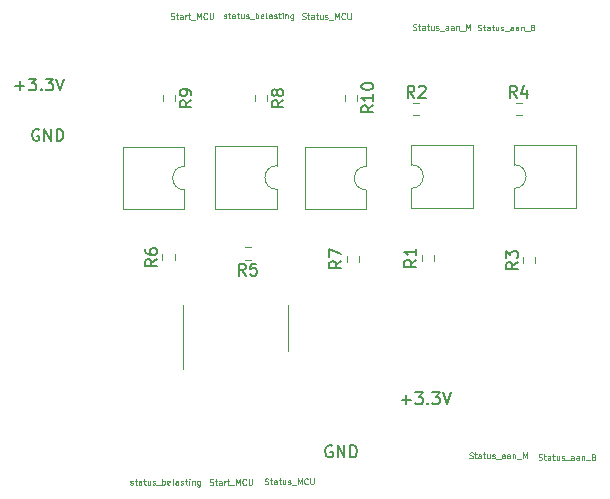
<source format=gto>
%TF.GenerationSoftware,KiCad,Pcbnew,5.1.10*%
%TF.CreationDate,2021-12-10T15:57:17+01:00*%
%TF.ProjectId,PCB_PEE30 zonder mountingholes,5043425f-5045-4453-9330-207a6f6e6465,rev?*%
%TF.SameCoordinates,Original*%
%TF.FileFunction,Legend,Top*%
%TF.FilePolarity,Positive*%
%FSLAX46Y46*%
G04 Gerber Fmt 4.6, Leading zero omitted, Abs format (unit mm)*
G04 Created by KiCad (PCBNEW 5.1.10) date 2021-12-10 15:57:17*
%MOMM*%
%LPD*%
G01*
G04 APERTURE LIST*
%ADD10C,0.150000*%
%ADD11C,0.100000*%
%ADD12C,0.120000*%
%ADD13C,3.200000*%
%ADD14C,2.300000*%
%ADD15O,1.600000X1.600000*%
%ADD16R,1.600000X1.600000*%
G04 APERTURE END LIST*
D10*
X108789720Y-136972348D02*
X109551624Y-136972348D01*
X109170672Y-137353300D02*
X109170672Y-136591396D01*
X109932577Y-136353300D02*
X110551624Y-136353300D01*
X110218291Y-136734253D01*
X110361148Y-136734253D01*
X110456386Y-136781872D01*
X110504005Y-136829491D01*
X110551624Y-136924729D01*
X110551624Y-137162824D01*
X110504005Y-137258062D01*
X110456386Y-137305681D01*
X110361148Y-137353300D01*
X110075434Y-137353300D01*
X109980196Y-137305681D01*
X109932577Y-137258062D01*
X110980196Y-137258062D02*
X111027815Y-137305681D01*
X110980196Y-137353300D01*
X110932577Y-137305681D01*
X110980196Y-137258062D01*
X110980196Y-137353300D01*
X111361148Y-136353300D02*
X111980196Y-136353300D01*
X111646862Y-136734253D01*
X111789720Y-136734253D01*
X111884958Y-136781872D01*
X111932577Y-136829491D01*
X111980196Y-136924729D01*
X111980196Y-137162824D01*
X111932577Y-137258062D01*
X111884958Y-137305681D01*
X111789720Y-137353300D01*
X111504005Y-137353300D01*
X111408767Y-137305681D01*
X111361148Y-137258062D01*
X112265910Y-136353300D02*
X112599243Y-137353300D01*
X112932577Y-136353300D01*
X110764415Y-140673200D02*
X110669177Y-140625580D01*
X110526320Y-140625580D01*
X110383462Y-140673200D01*
X110288224Y-140768438D01*
X110240605Y-140863676D01*
X110192986Y-141054152D01*
X110192986Y-141197009D01*
X110240605Y-141387485D01*
X110288224Y-141482723D01*
X110383462Y-141577961D01*
X110526320Y-141625580D01*
X110621558Y-141625580D01*
X110764415Y-141577961D01*
X110812034Y-141530342D01*
X110812034Y-141197009D01*
X110621558Y-141197009D01*
X111240605Y-141625580D02*
X111240605Y-140625580D01*
X111812034Y-141625580D01*
X111812034Y-140625580D01*
X112288224Y-141625580D02*
X112288224Y-140625580D01*
X112526320Y-140625580D01*
X112669177Y-140673200D01*
X112764415Y-140768438D01*
X112812034Y-140863676D01*
X112859653Y-141054152D01*
X112859653Y-141197009D01*
X112812034Y-141387485D01*
X112764415Y-141482723D01*
X112669177Y-141577961D01*
X112526320Y-141625580D01*
X112288224Y-141625580D01*
D11*
X147228228Y-168487540D02*
X147299657Y-168511350D01*
X147418704Y-168511350D01*
X147466323Y-168487540D01*
X147490133Y-168463731D01*
X147513942Y-168416112D01*
X147513942Y-168368493D01*
X147490133Y-168320874D01*
X147466323Y-168297064D01*
X147418704Y-168273255D01*
X147323466Y-168249445D01*
X147275847Y-168225636D01*
X147252038Y-168201826D01*
X147228228Y-168154207D01*
X147228228Y-168106588D01*
X147252038Y-168058969D01*
X147275847Y-168035160D01*
X147323466Y-168011350D01*
X147442514Y-168011350D01*
X147513942Y-168035160D01*
X147656800Y-168178017D02*
X147847276Y-168178017D01*
X147728228Y-168011350D02*
X147728228Y-168439921D01*
X147752038Y-168487540D01*
X147799657Y-168511350D01*
X147847276Y-168511350D01*
X148228228Y-168511350D02*
X148228228Y-168249445D01*
X148204419Y-168201826D01*
X148156800Y-168178017D01*
X148061561Y-168178017D01*
X148013942Y-168201826D01*
X148228228Y-168487540D02*
X148180609Y-168511350D01*
X148061561Y-168511350D01*
X148013942Y-168487540D01*
X147990133Y-168439921D01*
X147990133Y-168392302D01*
X148013942Y-168344683D01*
X148061561Y-168320874D01*
X148180609Y-168320874D01*
X148228228Y-168297064D01*
X148394895Y-168178017D02*
X148585371Y-168178017D01*
X148466323Y-168011350D02*
X148466323Y-168439921D01*
X148490133Y-168487540D01*
X148537752Y-168511350D01*
X148585371Y-168511350D01*
X148966323Y-168178017D02*
X148966323Y-168511350D01*
X148752038Y-168178017D02*
X148752038Y-168439921D01*
X148775847Y-168487540D01*
X148823466Y-168511350D01*
X148894895Y-168511350D01*
X148942514Y-168487540D01*
X148966323Y-168463731D01*
X149180609Y-168487540D02*
X149228228Y-168511350D01*
X149323466Y-168511350D01*
X149371085Y-168487540D01*
X149394895Y-168439921D01*
X149394895Y-168416112D01*
X149371085Y-168368493D01*
X149323466Y-168344683D01*
X149252038Y-168344683D01*
X149204419Y-168320874D01*
X149180609Y-168273255D01*
X149180609Y-168249445D01*
X149204419Y-168201826D01*
X149252038Y-168178017D01*
X149323466Y-168178017D01*
X149371085Y-168201826D01*
X149490133Y-168558969D02*
X149871085Y-168558969D01*
X150204419Y-168511350D02*
X150204419Y-168249445D01*
X150180609Y-168201826D01*
X150132990Y-168178017D01*
X150037752Y-168178017D01*
X149990133Y-168201826D01*
X150204419Y-168487540D02*
X150156800Y-168511350D01*
X150037752Y-168511350D01*
X149990133Y-168487540D01*
X149966323Y-168439921D01*
X149966323Y-168392302D01*
X149990133Y-168344683D01*
X150037752Y-168320874D01*
X150156800Y-168320874D01*
X150204419Y-168297064D01*
X150656800Y-168511350D02*
X150656800Y-168249445D01*
X150632990Y-168201826D01*
X150585371Y-168178017D01*
X150490133Y-168178017D01*
X150442514Y-168201826D01*
X150656800Y-168487540D02*
X150609180Y-168511350D01*
X150490133Y-168511350D01*
X150442514Y-168487540D01*
X150418704Y-168439921D01*
X150418704Y-168392302D01*
X150442514Y-168344683D01*
X150490133Y-168320874D01*
X150609180Y-168320874D01*
X150656800Y-168297064D01*
X150894895Y-168178017D02*
X150894895Y-168511350D01*
X150894895Y-168225636D02*
X150918704Y-168201826D01*
X150966323Y-168178017D01*
X151037752Y-168178017D01*
X151085371Y-168201826D01*
X151109180Y-168249445D01*
X151109180Y-168511350D01*
X151228228Y-168558969D02*
X151609180Y-168558969D01*
X151728228Y-168511350D02*
X151728228Y-168011350D01*
X151894895Y-168368493D01*
X152061561Y-168011350D01*
X152061561Y-168511350D01*
X153080542Y-168614540D02*
X153151971Y-168638350D01*
X153271019Y-168638350D01*
X153318638Y-168614540D01*
X153342447Y-168590731D01*
X153366257Y-168543112D01*
X153366257Y-168495493D01*
X153342447Y-168447874D01*
X153318638Y-168424064D01*
X153271019Y-168400255D01*
X153175780Y-168376445D01*
X153128161Y-168352636D01*
X153104352Y-168328826D01*
X153080542Y-168281207D01*
X153080542Y-168233588D01*
X153104352Y-168185969D01*
X153128161Y-168162160D01*
X153175780Y-168138350D01*
X153294828Y-168138350D01*
X153366257Y-168162160D01*
X153509114Y-168305017D02*
X153699590Y-168305017D01*
X153580542Y-168138350D02*
X153580542Y-168566921D01*
X153604352Y-168614540D01*
X153651971Y-168638350D01*
X153699590Y-168638350D01*
X154080542Y-168638350D02*
X154080542Y-168376445D01*
X154056733Y-168328826D01*
X154009114Y-168305017D01*
X153913876Y-168305017D01*
X153866257Y-168328826D01*
X154080542Y-168614540D02*
X154032923Y-168638350D01*
X153913876Y-168638350D01*
X153866257Y-168614540D01*
X153842447Y-168566921D01*
X153842447Y-168519302D01*
X153866257Y-168471683D01*
X153913876Y-168447874D01*
X154032923Y-168447874D01*
X154080542Y-168424064D01*
X154247209Y-168305017D02*
X154437685Y-168305017D01*
X154318638Y-168138350D02*
X154318638Y-168566921D01*
X154342447Y-168614540D01*
X154390066Y-168638350D01*
X154437685Y-168638350D01*
X154818638Y-168305017D02*
X154818638Y-168638350D01*
X154604352Y-168305017D02*
X154604352Y-168566921D01*
X154628161Y-168614540D01*
X154675780Y-168638350D01*
X154747209Y-168638350D01*
X154794828Y-168614540D01*
X154818638Y-168590731D01*
X155032923Y-168614540D02*
X155080542Y-168638350D01*
X155175780Y-168638350D01*
X155223400Y-168614540D01*
X155247209Y-168566921D01*
X155247209Y-168543112D01*
X155223400Y-168495493D01*
X155175780Y-168471683D01*
X155104352Y-168471683D01*
X155056733Y-168447874D01*
X155032923Y-168400255D01*
X155032923Y-168376445D01*
X155056733Y-168328826D01*
X155104352Y-168305017D01*
X155175780Y-168305017D01*
X155223400Y-168328826D01*
X155342447Y-168685969D02*
X155723400Y-168685969D01*
X156056733Y-168638350D02*
X156056733Y-168376445D01*
X156032923Y-168328826D01*
X155985304Y-168305017D01*
X155890066Y-168305017D01*
X155842447Y-168328826D01*
X156056733Y-168614540D02*
X156009114Y-168638350D01*
X155890066Y-168638350D01*
X155842447Y-168614540D01*
X155818638Y-168566921D01*
X155818638Y-168519302D01*
X155842447Y-168471683D01*
X155890066Y-168447874D01*
X156009114Y-168447874D01*
X156056733Y-168424064D01*
X156509114Y-168638350D02*
X156509114Y-168376445D01*
X156485304Y-168328826D01*
X156437685Y-168305017D01*
X156342447Y-168305017D01*
X156294828Y-168328826D01*
X156509114Y-168614540D02*
X156461495Y-168638350D01*
X156342447Y-168638350D01*
X156294828Y-168614540D01*
X156271019Y-168566921D01*
X156271019Y-168519302D01*
X156294828Y-168471683D01*
X156342447Y-168447874D01*
X156461495Y-168447874D01*
X156509114Y-168424064D01*
X156747209Y-168305017D02*
X156747209Y-168638350D01*
X156747209Y-168352636D02*
X156771019Y-168328826D01*
X156818638Y-168305017D01*
X156890066Y-168305017D01*
X156937685Y-168328826D01*
X156961495Y-168376445D01*
X156961495Y-168638350D01*
X157080542Y-168685969D02*
X157461495Y-168685969D01*
X157747209Y-168376445D02*
X157818638Y-168400255D01*
X157842447Y-168424064D01*
X157866257Y-168471683D01*
X157866257Y-168543112D01*
X157842447Y-168590731D01*
X157818638Y-168614540D01*
X157771019Y-168638350D01*
X157580542Y-168638350D01*
X157580542Y-168138350D01*
X157747209Y-168138350D01*
X157794828Y-168162160D01*
X157818638Y-168185969D01*
X157842447Y-168233588D01*
X157842447Y-168281207D01*
X157818638Y-168328826D01*
X157794828Y-168352636D01*
X157747209Y-168376445D01*
X157580542Y-168376445D01*
X147944662Y-132256980D02*
X148016091Y-132280790D01*
X148135139Y-132280790D01*
X148182758Y-132256980D01*
X148206567Y-132233171D01*
X148230377Y-132185552D01*
X148230377Y-132137933D01*
X148206567Y-132090314D01*
X148182758Y-132066504D01*
X148135139Y-132042695D01*
X148039900Y-132018885D01*
X147992281Y-131995076D01*
X147968472Y-131971266D01*
X147944662Y-131923647D01*
X147944662Y-131876028D01*
X147968472Y-131828409D01*
X147992281Y-131804600D01*
X148039900Y-131780790D01*
X148158948Y-131780790D01*
X148230377Y-131804600D01*
X148373234Y-131947457D02*
X148563710Y-131947457D01*
X148444662Y-131780790D02*
X148444662Y-132209361D01*
X148468472Y-132256980D01*
X148516091Y-132280790D01*
X148563710Y-132280790D01*
X148944662Y-132280790D02*
X148944662Y-132018885D01*
X148920853Y-131971266D01*
X148873234Y-131947457D01*
X148777996Y-131947457D01*
X148730377Y-131971266D01*
X148944662Y-132256980D02*
X148897043Y-132280790D01*
X148777996Y-132280790D01*
X148730377Y-132256980D01*
X148706567Y-132209361D01*
X148706567Y-132161742D01*
X148730377Y-132114123D01*
X148777996Y-132090314D01*
X148897043Y-132090314D01*
X148944662Y-132066504D01*
X149111329Y-131947457D02*
X149301805Y-131947457D01*
X149182758Y-131780790D02*
X149182758Y-132209361D01*
X149206567Y-132256980D01*
X149254186Y-132280790D01*
X149301805Y-132280790D01*
X149682758Y-131947457D02*
X149682758Y-132280790D01*
X149468472Y-131947457D02*
X149468472Y-132209361D01*
X149492281Y-132256980D01*
X149539900Y-132280790D01*
X149611329Y-132280790D01*
X149658948Y-132256980D01*
X149682758Y-132233171D01*
X149897043Y-132256980D02*
X149944662Y-132280790D01*
X150039900Y-132280790D01*
X150087520Y-132256980D01*
X150111329Y-132209361D01*
X150111329Y-132185552D01*
X150087520Y-132137933D01*
X150039900Y-132114123D01*
X149968472Y-132114123D01*
X149920853Y-132090314D01*
X149897043Y-132042695D01*
X149897043Y-132018885D01*
X149920853Y-131971266D01*
X149968472Y-131947457D01*
X150039900Y-131947457D01*
X150087520Y-131971266D01*
X150206567Y-132328409D02*
X150587520Y-132328409D01*
X150920853Y-132280790D02*
X150920853Y-132018885D01*
X150897043Y-131971266D01*
X150849424Y-131947457D01*
X150754186Y-131947457D01*
X150706567Y-131971266D01*
X150920853Y-132256980D02*
X150873234Y-132280790D01*
X150754186Y-132280790D01*
X150706567Y-132256980D01*
X150682758Y-132209361D01*
X150682758Y-132161742D01*
X150706567Y-132114123D01*
X150754186Y-132090314D01*
X150873234Y-132090314D01*
X150920853Y-132066504D01*
X151373234Y-132280790D02*
X151373234Y-132018885D01*
X151349424Y-131971266D01*
X151301805Y-131947457D01*
X151206567Y-131947457D01*
X151158948Y-131971266D01*
X151373234Y-132256980D02*
X151325615Y-132280790D01*
X151206567Y-132280790D01*
X151158948Y-132256980D01*
X151135139Y-132209361D01*
X151135139Y-132161742D01*
X151158948Y-132114123D01*
X151206567Y-132090314D01*
X151325615Y-132090314D01*
X151373234Y-132066504D01*
X151611329Y-131947457D02*
X151611329Y-132280790D01*
X151611329Y-131995076D02*
X151635139Y-131971266D01*
X151682758Y-131947457D01*
X151754186Y-131947457D01*
X151801805Y-131971266D01*
X151825615Y-132018885D01*
X151825615Y-132280790D01*
X151944662Y-132328409D02*
X152325615Y-132328409D01*
X152611329Y-132018885D02*
X152682758Y-132042695D01*
X152706567Y-132066504D01*
X152730377Y-132114123D01*
X152730377Y-132185552D01*
X152706567Y-132233171D01*
X152682758Y-132256980D01*
X152635139Y-132280790D01*
X152444662Y-132280790D01*
X152444662Y-131780790D01*
X152611329Y-131780790D01*
X152658948Y-131804600D01*
X152682758Y-131828409D01*
X152706567Y-131876028D01*
X152706567Y-131923647D01*
X152682758Y-131971266D01*
X152658948Y-131995076D01*
X152611329Y-132018885D01*
X152444662Y-132018885D01*
X142458108Y-132221420D02*
X142529537Y-132245230D01*
X142648584Y-132245230D01*
X142696203Y-132221420D01*
X142720013Y-132197611D01*
X142743822Y-132149992D01*
X142743822Y-132102373D01*
X142720013Y-132054754D01*
X142696203Y-132030944D01*
X142648584Y-132007135D01*
X142553346Y-131983325D01*
X142505727Y-131959516D01*
X142481918Y-131935706D01*
X142458108Y-131888087D01*
X142458108Y-131840468D01*
X142481918Y-131792849D01*
X142505727Y-131769040D01*
X142553346Y-131745230D01*
X142672394Y-131745230D01*
X142743822Y-131769040D01*
X142886680Y-131911897D02*
X143077156Y-131911897D01*
X142958108Y-131745230D02*
X142958108Y-132173801D01*
X142981918Y-132221420D01*
X143029537Y-132245230D01*
X143077156Y-132245230D01*
X143458108Y-132245230D02*
X143458108Y-131983325D01*
X143434299Y-131935706D01*
X143386680Y-131911897D01*
X143291441Y-131911897D01*
X143243822Y-131935706D01*
X143458108Y-132221420D02*
X143410489Y-132245230D01*
X143291441Y-132245230D01*
X143243822Y-132221420D01*
X143220013Y-132173801D01*
X143220013Y-132126182D01*
X143243822Y-132078563D01*
X143291441Y-132054754D01*
X143410489Y-132054754D01*
X143458108Y-132030944D01*
X143624775Y-131911897D02*
X143815251Y-131911897D01*
X143696203Y-131745230D02*
X143696203Y-132173801D01*
X143720013Y-132221420D01*
X143767632Y-132245230D01*
X143815251Y-132245230D01*
X144196203Y-131911897D02*
X144196203Y-132245230D01*
X143981918Y-131911897D02*
X143981918Y-132173801D01*
X144005727Y-132221420D01*
X144053346Y-132245230D01*
X144124775Y-132245230D01*
X144172394Y-132221420D01*
X144196203Y-132197611D01*
X144410489Y-132221420D02*
X144458108Y-132245230D01*
X144553346Y-132245230D01*
X144600965Y-132221420D01*
X144624775Y-132173801D01*
X144624775Y-132149992D01*
X144600965Y-132102373D01*
X144553346Y-132078563D01*
X144481918Y-132078563D01*
X144434299Y-132054754D01*
X144410489Y-132007135D01*
X144410489Y-131983325D01*
X144434299Y-131935706D01*
X144481918Y-131911897D01*
X144553346Y-131911897D01*
X144600965Y-131935706D01*
X144720013Y-132292849D02*
X145100965Y-132292849D01*
X145434299Y-132245230D02*
X145434299Y-131983325D01*
X145410489Y-131935706D01*
X145362870Y-131911897D01*
X145267632Y-131911897D01*
X145220013Y-131935706D01*
X145434299Y-132221420D02*
X145386680Y-132245230D01*
X145267632Y-132245230D01*
X145220013Y-132221420D01*
X145196203Y-132173801D01*
X145196203Y-132126182D01*
X145220013Y-132078563D01*
X145267632Y-132054754D01*
X145386680Y-132054754D01*
X145434299Y-132030944D01*
X145886680Y-132245230D02*
X145886680Y-131983325D01*
X145862870Y-131935706D01*
X145815251Y-131911897D01*
X145720013Y-131911897D01*
X145672394Y-131935706D01*
X145886680Y-132221420D02*
X145839060Y-132245230D01*
X145720013Y-132245230D01*
X145672394Y-132221420D01*
X145648584Y-132173801D01*
X145648584Y-132126182D01*
X145672394Y-132078563D01*
X145720013Y-132054754D01*
X145839060Y-132054754D01*
X145886680Y-132030944D01*
X146124775Y-131911897D02*
X146124775Y-132245230D01*
X146124775Y-131959516D02*
X146148584Y-131935706D01*
X146196203Y-131911897D01*
X146267632Y-131911897D01*
X146315251Y-131935706D01*
X146339060Y-131983325D01*
X146339060Y-132245230D01*
X146458108Y-132292849D02*
X146839060Y-132292849D01*
X146958108Y-132245230D02*
X146958108Y-131745230D01*
X147124775Y-132102373D01*
X147291441Y-131745230D01*
X147291441Y-132245230D01*
D10*
X141510000Y-163535668D02*
X142271904Y-163535668D01*
X141890952Y-163916620D02*
X141890952Y-163154716D01*
X142652857Y-162916620D02*
X143271904Y-162916620D01*
X142938571Y-163297573D01*
X143081428Y-163297573D01*
X143176666Y-163345192D01*
X143224285Y-163392811D01*
X143271904Y-163488049D01*
X143271904Y-163726144D01*
X143224285Y-163821382D01*
X143176666Y-163869001D01*
X143081428Y-163916620D01*
X142795714Y-163916620D01*
X142700476Y-163869001D01*
X142652857Y-163821382D01*
X143700476Y-163821382D02*
X143748095Y-163869001D01*
X143700476Y-163916620D01*
X143652857Y-163869001D01*
X143700476Y-163821382D01*
X143700476Y-163916620D01*
X144081428Y-162916620D02*
X144700476Y-162916620D01*
X144367142Y-163297573D01*
X144510000Y-163297573D01*
X144605238Y-163345192D01*
X144652857Y-163392811D01*
X144700476Y-163488049D01*
X144700476Y-163726144D01*
X144652857Y-163821382D01*
X144605238Y-163869001D01*
X144510000Y-163916620D01*
X144224285Y-163916620D01*
X144129047Y-163869001D01*
X144081428Y-163821382D01*
X144986190Y-162916620D02*
X145319523Y-163916620D01*
X145652857Y-162916620D01*
X135595455Y-167460040D02*
X135500217Y-167412420D01*
X135357360Y-167412420D01*
X135214502Y-167460040D01*
X135119264Y-167555278D01*
X135071645Y-167650516D01*
X135024026Y-167840992D01*
X135024026Y-167983849D01*
X135071645Y-168174325D01*
X135119264Y-168269563D01*
X135214502Y-168364801D01*
X135357360Y-168412420D01*
X135452598Y-168412420D01*
X135595455Y-168364801D01*
X135643074Y-168317182D01*
X135643074Y-167983849D01*
X135452598Y-167983849D01*
X136071645Y-168412420D02*
X136071645Y-167412420D01*
X136643074Y-168412420D01*
X136643074Y-167412420D01*
X137119264Y-168412420D02*
X137119264Y-167412420D01*
X137357360Y-167412420D01*
X137500217Y-167460040D01*
X137595455Y-167555278D01*
X137643074Y-167650516D01*
X137690693Y-167840992D01*
X137690693Y-167983849D01*
X137643074Y-168174325D01*
X137595455Y-168269563D01*
X137500217Y-168364801D01*
X137357360Y-168412420D01*
X137119264Y-168412420D01*
D11*
X133066731Y-131291780D02*
X133138160Y-131315590D01*
X133257207Y-131315590D01*
X133304826Y-131291780D01*
X133328636Y-131267971D01*
X133352445Y-131220352D01*
X133352445Y-131172733D01*
X133328636Y-131125114D01*
X133304826Y-131101304D01*
X133257207Y-131077495D01*
X133161969Y-131053685D01*
X133114350Y-131029876D01*
X133090540Y-131006066D01*
X133066731Y-130958447D01*
X133066731Y-130910828D01*
X133090540Y-130863209D01*
X133114350Y-130839400D01*
X133161969Y-130815590D01*
X133281017Y-130815590D01*
X133352445Y-130839400D01*
X133495302Y-130982257D02*
X133685779Y-130982257D01*
X133566731Y-130815590D02*
X133566731Y-131244161D01*
X133590540Y-131291780D01*
X133638160Y-131315590D01*
X133685779Y-131315590D01*
X134066731Y-131315590D02*
X134066731Y-131053685D01*
X134042921Y-131006066D01*
X133995302Y-130982257D01*
X133900064Y-130982257D01*
X133852445Y-131006066D01*
X134066731Y-131291780D02*
X134019112Y-131315590D01*
X133900064Y-131315590D01*
X133852445Y-131291780D01*
X133828636Y-131244161D01*
X133828636Y-131196542D01*
X133852445Y-131148923D01*
X133900064Y-131125114D01*
X134019112Y-131125114D01*
X134066731Y-131101304D01*
X134233398Y-130982257D02*
X134423874Y-130982257D01*
X134304826Y-130815590D02*
X134304826Y-131244161D01*
X134328636Y-131291780D01*
X134376255Y-131315590D01*
X134423874Y-131315590D01*
X134804826Y-130982257D02*
X134804826Y-131315590D01*
X134590540Y-130982257D02*
X134590540Y-131244161D01*
X134614350Y-131291780D01*
X134661969Y-131315590D01*
X134733398Y-131315590D01*
X134781017Y-131291780D01*
X134804826Y-131267971D01*
X135019112Y-131291780D02*
X135066731Y-131315590D01*
X135161969Y-131315590D01*
X135209588Y-131291780D01*
X135233398Y-131244161D01*
X135233398Y-131220352D01*
X135209588Y-131172733D01*
X135161969Y-131148923D01*
X135090540Y-131148923D01*
X135042921Y-131125114D01*
X135019112Y-131077495D01*
X135019112Y-131053685D01*
X135042921Y-131006066D01*
X135090540Y-130982257D01*
X135161969Y-130982257D01*
X135209588Y-131006066D01*
X135328636Y-131363209D02*
X135709588Y-131363209D01*
X135828636Y-131315590D02*
X135828636Y-130815590D01*
X135995302Y-131172733D01*
X136161969Y-130815590D01*
X136161969Y-131315590D01*
X136685779Y-131267971D02*
X136661969Y-131291780D01*
X136590540Y-131315590D01*
X136542921Y-131315590D01*
X136471493Y-131291780D01*
X136423874Y-131244161D01*
X136400064Y-131196542D01*
X136376255Y-131101304D01*
X136376255Y-131029876D01*
X136400064Y-130934638D01*
X136423874Y-130887019D01*
X136471493Y-130839400D01*
X136542921Y-130815590D01*
X136590540Y-130815590D01*
X136661969Y-130839400D01*
X136685779Y-130863209D01*
X136900064Y-130815590D02*
X136900064Y-131220352D01*
X136923874Y-131267971D01*
X136947683Y-131291780D01*
X136995302Y-131315590D01*
X137090540Y-131315590D01*
X137138160Y-131291780D01*
X137161969Y-131267971D01*
X137185779Y-131220352D01*
X137185779Y-130815590D01*
X121941020Y-131286700D02*
X122012449Y-131310510D01*
X122131497Y-131310510D01*
X122179116Y-131286700D01*
X122202925Y-131262891D01*
X122226735Y-131215272D01*
X122226735Y-131167653D01*
X122202925Y-131120034D01*
X122179116Y-131096224D01*
X122131497Y-131072415D01*
X122036259Y-131048605D01*
X121988640Y-131024796D01*
X121964830Y-131000986D01*
X121941020Y-130953367D01*
X121941020Y-130905748D01*
X121964830Y-130858129D01*
X121988640Y-130834320D01*
X122036259Y-130810510D01*
X122155306Y-130810510D01*
X122226735Y-130834320D01*
X122369592Y-130977177D02*
X122560068Y-130977177D01*
X122441020Y-130810510D02*
X122441020Y-131239081D01*
X122464830Y-131286700D01*
X122512449Y-131310510D01*
X122560068Y-131310510D01*
X122941020Y-131310510D02*
X122941020Y-131048605D01*
X122917211Y-131000986D01*
X122869592Y-130977177D01*
X122774354Y-130977177D01*
X122726735Y-131000986D01*
X122941020Y-131286700D02*
X122893401Y-131310510D01*
X122774354Y-131310510D01*
X122726735Y-131286700D01*
X122702925Y-131239081D01*
X122702925Y-131191462D01*
X122726735Y-131143843D01*
X122774354Y-131120034D01*
X122893401Y-131120034D01*
X122941020Y-131096224D01*
X123179116Y-131310510D02*
X123179116Y-130977177D01*
X123179116Y-131072415D02*
X123202925Y-131024796D01*
X123226735Y-131000986D01*
X123274354Y-130977177D01*
X123321973Y-130977177D01*
X123417211Y-130977177D02*
X123607687Y-130977177D01*
X123488640Y-130810510D02*
X123488640Y-131239081D01*
X123512449Y-131286700D01*
X123560068Y-131310510D01*
X123607687Y-131310510D01*
X123655306Y-131358129D02*
X124036259Y-131358129D01*
X124155306Y-131310510D02*
X124155306Y-130810510D01*
X124321973Y-131167653D01*
X124488640Y-130810510D01*
X124488640Y-131310510D01*
X125012449Y-131262891D02*
X124988640Y-131286700D01*
X124917211Y-131310510D01*
X124869592Y-131310510D01*
X124798163Y-131286700D01*
X124750544Y-131239081D01*
X124726735Y-131191462D01*
X124702925Y-131096224D01*
X124702925Y-131024796D01*
X124726735Y-130929558D01*
X124750544Y-130881939D01*
X124798163Y-130834320D01*
X124869592Y-130810510D01*
X124917211Y-130810510D01*
X124988640Y-130834320D01*
X125012449Y-130858129D01*
X125226735Y-130810510D02*
X125226735Y-131215272D01*
X125250544Y-131262891D01*
X125274354Y-131286700D01*
X125321973Y-131310510D01*
X125417211Y-131310510D01*
X125464830Y-131286700D01*
X125488640Y-131262891D01*
X125512449Y-131215272D01*
X125512449Y-130810510D01*
X129917131Y-170671940D02*
X129988560Y-170695750D01*
X130107607Y-170695750D01*
X130155226Y-170671940D01*
X130179036Y-170648131D01*
X130202845Y-170600512D01*
X130202845Y-170552893D01*
X130179036Y-170505274D01*
X130155226Y-170481464D01*
X130107607Y-170457655D01*
X130012369Y-170433845D01*
X129964750Y-170410036D01*
X129940940Y-170386226D01*
X129917131Y-170338607D01*
X129917131Y-170290988D01*
X129940940Y-170243369D01*
X129964750Y-170219560D01*
X130012369Y-170195750D01*
X130131417Y-170195750D01*
X130202845Y-170219560D01*
X130345702Y-170362417D02*
X130536179Y-170362417D01*
X130417131Y-170195750D02*
X130417131Y-170624321D01*
X130440940Y-170671940D01*
X130488560Y-170695750D01*
X130536179Y-170695750D01*
X130917131Y-170695750D02*
X130917131Y-170433845D01*
X130893321Y-170386226D01*
X130845702Y-170362417D01*
X130750464Y-170362417D01*
X130702845Y-170386226D01*
X130917131Y-170671940D02*
X130869512Y-170695750D01*
X130750464Y-170695750D01*
X130702845Y-170671940D01*
X130679036Y-170624321D01*
X130679036Y-170576702D01*
X130702845Y-170529083D01*
X130750464Y-170505274D01*
X130869512Y-170505274D01*
X130917131Y-170481464D01*
X131083798Y-170362417D02*
X131274274Y-170362417D01*
X131155226Y-170195750D02*
X131155226Y-170624321D01*
X131179036Y-170671940D01*
X131226655Y-170695750D01*
X131274274Y-170695750D01*
X131655226Y-170362417D02*
X131655226Y-170695750D01*
X131440940Y-170362417D02*
X131440940Y-170624321D01*
X131464750Y-170671940D01*
X131512369Y-170695750D01*
X131583798Y-170695750D01*
X131631417Y-170671940D01*
X131655226Y-170648131D01*
X131869512Y-170671940D02*
X131917131Y-170695750D01*
X132012369Y-170695750D01*
X132059988Y-170671940D01*
X132083798Y-170624321D01*
X132083798Y-170600512D01*
X132059988Y-170552893D01*
X132012369Y-170529083D01*
X131940940Y-170529083D01*
X131893321Y-170505274D01*
X131869512Y-170457655D01*
X131869512Y-170433845D01*
X131893321Y-170386226D01*
X131940940Y-170362417D01*
X132012369Y-170362417D01*
X132059988Y-170386226D01*
X132179036Y-170743369D02*
X132559988Y-170743369D01*
X132679036Y-170695750D02*
X132679036Y-170195750D01*
X132845702Y-170552893D01*
X133012369Y-170195750D01*
X133012369Y-170695750D01*
X133536179Y-170648131D02*
X133512369Y-170671940D01*
X133440940Y-170695750D01*
X133393321Y-170695750D01*
X133321893Y-170671940D01*
X133274274Y-170624321D01*
X133250464Y-170576702D01*
X133226655Y-170481464D01*
X133226655Y-170410036D01*
X133250464Y-170314798D01*
X133274274Y-170267179D01*
X133321893Y-170219560D01*
X133393321Y-170195750D01*
X133440940Y-170195750D01*
X133512369Y-170219560D01*
X133536179Y-170243369D01*
X133750464Y-170195750D02*
X133750464Y-170600512D01*
X133774274Y-170648131D01*
X133798083Y-170671940D01*
X133845702Y-170695750D01*
X133940940Y-170695750D01*
X133988560Y-170671940D01*
X134012369Y-170648131D01*
X134036179Y-170600512D01*
X134036179Y-170195750D01*
X125243020Y-170732900D02*
X125314449Y-170756710D01*
X125433497Y-170756710D01*
X125481116Y-170732900D01*
X125504925Y-170709091D01*
X125528735Y-170661472D01*
X125528735Y-170613853D01*
X125504925Y-170566234D01*
X125481116Y-170542424D01*
X125433497Y-170518615D01*
X125338259Y-170494805D01*
X125290640Y-170470996D01*
X125266830Y-170447186D01*
X125243020Y-170399567D01*
X125243020Y-170351948D01*
X125266830Y-170304329D01*
X125290640Y-170280520D01*
X125338259Y-170256710D01*
X125457306Y-170256710D01*
X125528735Y-170280520D01*
X125671592Y-170423377D02*
X125862068Y-170423377D01*
X125743020Y-170256710D02*
X125743020Y-170685281D01*
X125766830Y-170732900D01*
X125814449Y-170756710D01*
X125862068Y-170756710D01*
X126243020Y-170756710D02*
X126243020Y-170494805D01*
X126219211Y-170447186D01*
X126171592Y-170423377D01*
X126076354Y-170423377D01*
X126028735Y-170447186D01*
X126243020Y-170732900D02*
X126195401Y-170756710D01*
X126076354Y-170756710D01*
X126028735Y-170732900D01*
X126004925Y-170685281D01*
X126004925Y-170637662D01*
X126028735Y-170590043D01*
X126076354Y-170566234D01*
X126195401Y-170566234D01*
X126243020Y-170542424D01*
X126481116Y-170756710D02*
X126481116Y-170423377D01*
X126481116Y-170518615D02*
X126504925Y-170470996D01*
X126528735Y-170447186D01*
X126576354Y-170423377D01*
X126623973Y-170423377D01*
X126719211Y-170423377D02*
X126909687Y-170423377D01*
X126790640Y-170256710D02*
X126790640Y-170685281D01*
X126814449Y-170732900D01*
X126862068Y-170756710D01*
X126909687Y-170756710D01*
X126957306Y-170804329D02*
X127338259Y-170804329D01*
X127457306Y-170756710D02*
X127457306Y-170256710D01*
X127623973Y-170613853D01*
X127790640Y-170256710D01*
X127790640Y-170756710D01*
X128314449Y-170709091D02*
X128290640Y-170732900D01*
X128219211Y-170756710D01*
X128171592Y-170756710D01*
X128100163Y-170732900D01*
X128052544Y-170685281D01*
X128028735Y-170637662D01*
X128004925Y-170542424D01*
X128004925Y-170470996D01*
X128028735Y-170375758D01*
X128052544Y-170328139D01*
X128100163Y-170280520D01*
X128171592Y-170256710D01*
X128219211Y-170256710D01*
X128290640Y-170280520D01*
X128314449Y-170304329D01*
X128528735Y-170256710D02*
X128528735Y-170661472D01*
X128552544Y-170709091D01*
X128576354Y-170732900D01*
X128623973Y-170756710D01*
X128719211Y-170756710D01*
X128766830Y-170732900D01*
X128790640Y-170709091D01*
X128814449Y-170661472D01*
X128814449Y-170256710D01*
X126435219Y-131235900D02*
X126482838Y-131259710D01*
X126578076Y-131259710D01*
X126625695Y-131235900D01*
X126649504Y-131188281D01*
X126649504Y-131164472D01*
X126625695Y-131116853D01*
X126578076Y-131093043D01*
X126506647Y-131093043D01*
X126459028Y-131069234D01*
X126435219Y-131021615D01*
X126435219Y-130997805D01*
X126459028Y-130950186D01*
X126506647Y-130926377D01*
X126578076Y-130926377D01*
X126625695Y-130950186D01*
X126792361Y-130926377D02*
X126982838Y-130926377D01*
X126863790Y-130759710D02*
X126863790Y-131188281D01*
X126887600Y-131235900D01*
X126935219Y-131259710D01*
X126982838Y-131259710D01*
X127363790Y-131259710D02*
X127363790Y-130997805D01*
X127339980Y-130950186D01*
X127292361Y-130926377D01*
X127197123Y-130926377D01*
X127149504Y-130950186D01*
X127363790Y-131235900D02*
X127316171Y-131259710D01*
X127197123Y-131259710D01*
X127149504Y-131235900D01*
X127125695Y-131188281D01*
X127125695Y-131140662D01*
X127149504Y-131093043D01*
X127197123Y-131069234D01*
X127316171Y-131069234D01*
X127363790Y-131045424D01*
X127530457Y-130926377D02*
X127720933Y-130926377D01*
X127601885Y-130759710D02*
X127601885Y-131188281D01*
X127625695Y-131235900D01*
X127673314Y-131259710D01*
X127720933Y-131259710D01*
X128101885Y-130926377D02*
X128101885Y-131259710D01*
X127887600Y-130926377D02*
X127887600Y-131188281D01*
X127911409Y-131235900D01*
X127959028Y-131259710D01*
X128030457Y-131259710D01*
X128078076Y-131235900D01*
X128101885Y-131212091D01*
X128316171Y-131235900D02*
X128363790Y-131259710D01*
X128459028Y-131259710D01*
X128506647Y-131235900D01*
X128530457Y-131188281D01*
X128530457Y-131164472D01*
X128506647Y-131116853D01*
X128459028Y-131093043D01*
X128387600Y-131093043D01*
X128339980Y-131069234D01*
X128316171Y-131021615D01*
X128316171Y-130997805D01*
X128339980Y-130950186D01*
X128387600Y-130926377D01*
X128459028Y-130926377D01*
X128506647Y-130950186D01*
X128625695Y-131307329D02*
X129006647Y-131307329D01*
X129125695Y-131259710D02*
X129125695Y-130759710D01*
X129125695Y-130950186D02*
X129173314Y-130926377D01*
X129268552Y-130926377D01*
X129316171Y-130950186D01*
X129339980Y-130973996D01*
X129363790Y-131021615D01*
X129363790Y-131164472D01*
X129339980Y-131212091D01*
X129316171Y-131235900D01*
X129268552Y-131259710D01*
X129173314Y-131259710D01*
X129125695Y-131235900D01*
X129768552Y-131235900D02*
X129720933Y-131259710D01*
X129625695Y-131259710D01*
X129578076Y-131235900D01*
X129554266Y-131188281D01*
X129554266Y-130997805D01*
X129578076Y-130950186D01*
X129625695Y-130926377D01*
X129720933Y-130926377D01*
X129768552Y-130950186D01*
X129792361Y-130997805D01*
X129792361Y-131045424D01*
X129554266Y-131093043D01*
X130078076Y-131259710D02*
X130030457Y-131235900D01*
X130006647Y-131188281D01*
X130006647Y-130759710D01*
X130482838Y-131259710D02*
X130482838Y-130997805D01*
X130459028Y-130950186D01*
X130411409Y-130926377D01*
X130316171Y-130926377D01*
X130268552Y-130950186D01*
X130482838Y-131235900D02*
X130435219Y-131259710D01*
X130316171Y-131259710D01*
X130268552Y-131235900D01*
X130244742Y-131188281D01*
X130244742Y-131140662D01*
X130268552Y-131093043D01*
X130316171Y-131069234D01*
X130435219Y-131069234D01*
X130482838Y-131045424D01*
X130697123Y-131235900D02*
X130744742Y-131259710D01*
X130839980Y-131259710D01*
X130887600Y-131235900D01*
X130911409Y-131188281D01*
X130911409Y-131164472D01*
X130887600Y-131116853D01*
X130839980Y-131093043D01*
X130768552Y-131093043D01*
X130720933Y-131069234D01*
X130697123Y-131021615D01*
X130697123Y-130997805D01*
X130720933Y-130950186D01*
X130768552Y-130926377D01*
X130839980Y-130926377D01*
X130887600Y-130950186D01*
X131054266Y-130926377D02*
X131244742Y-130926377D01*
X131125695Y-130759710D02*
X131125695Y-131188281D01*
X131149504Y-131235900D01*
X131197123Y-131259710D01*
X131244742Y-131259710D01*
X131411409Y-131259710D02*
X131411409Y-130926377D01*
X131411409Y-130759710D02*
X131387600Y-130783520D01*
X131411409Y-130807329D01*
X131435219Y-130783520D01*
X131411409Y-130759710D01*
X131411409Y-130807329D01*
X131649504Y-130926377D02*
X131649504Y-131259710D01*
X131649504Y-130973996D02*
X131673314Y-130950186D01*
X131720933Y-130926377D01*
X131792361Y-130926377D01*
X131839980Y-130950186D01*
X131863790Y-130997805D01*
X131863790Y-131259710D01*
X132316171Y-130926377D02*
X132316171Y-131331139D01*
X132292361Y-131378758D01*
X132268552Y-131402567D01*
X132220933Y-131426377D01*
X132149504Y-131426377D01*
X132101885Y-131402567D01*
X132316171Y-131235900D02*
X132268552Y-131259710D01*
X132173314Y-131259710D01*
X132125695Y-131235900D01*
X132101885Y-131212091D01*
X132078076Y-131164472D01*
X132078076Y-131021615D01*
X132101885Y-130973996D01*
X132125695Y-130950186D01*
X132173314Y-130926377D01*
X132268552Y-130926377D01*
X132316171Y-130950186D01*
X118530739Y-170702420D02*
X118578358Y-170726230D01*
X118673596Y-170726230D01*
X118721215Y-170702420D01*
X118745024Y-170654801D01*
X118745024Y-170630992D01*
X118721215Y-170583373D01*
X118673596Y-170559563D01*
X118602167Y-170559563D01*
X118554548Y-170535754D01*
X118530739Y-170488135D01*
X118530739Y-170464325D01*
X118554548Y-170416706D01*
X118602167Y-170392897D01*
X118673596Y-170392897D01*
X118721215Y-170416706D01*
X118887881Y-170392897D02*
X119078358Y-170392897D01*
X118959310Y-170226230D02*
X118959310Y-170654801D01*
X118983120Y-170702420D01*
X119030739Y-170726230D01*
X119078358Y-170726230D01*
X119459310Y-170726230D02*
X119459310Y-170464325D01*
X119435500Y-170416706D01*
X119387881Y-170392897D01*
X119292643Y-170392897D01*
X119245024Y-170416706D01*
X119459310Y-170702420D02*
X119411691Y-170726230D01*
X119292643Y-170726230D01*
X119245024Y-170702420D01*
X119221215Y-170654801D01*
X119221215Y-170607182D01*
X119245024Y-170559563D01*
X119292643Y-170535754D01*
X119411691Y-170535754D01*
X119459310Y-170511944D01*
X119625977Y-170392897D02*
X119816453Y-170392897D01*
X119697405Y-170226230D02*
X119697405Y-170654801D01*
X119721215Y-170702420D01*
X119768834Y-170726230D01*
X119816453Y-170726230D01*
X120197405Y-170392897D02*
X120197405Y-170726230D01*
X119983120Y-170392897D02*
X119983120Y-170654801D01*
X120006929Y-170702420D01*
X120054548Y-170726230D01*
X120125977Y-170726230D01*
X120173596Y-170702420D01*
X120197405Y-170678611D01*
X120411691Y-170702420D02*
X120459310Y-170726230D01*
X120554548Y-170726230D01*
X120602167Y-170702420D01*
X120625977Y-170654801D01*
X120625977Y-170630992D01*
X120602167Y-170583373D01*
X120554548Y-170559563D01*
X120483120Y-170559563D01*
X120435500Y-170535754D01*
X120411691Y-170488135D01*
X120411691Y-170464325D01*
X120435500Y-170416706D01*
X120483120Y-170392897D01*
X120554548Y-170392897D01*
X120602167Y-170416706D01*
X120721215Y-170773849D02*
X121102167Y-170773849D01*
X121221215Y-170726230D02*
X121221215Y-170226230D01*
X121221215Y-170416706D02*
X121268834Y-170392897D01*
X121364072Y-170392897D01*
X121411691Y-170416706D01*
X121435500Y-170440516D01*
X121459310Y-170488135D01*
X121459310Y-170630992D01*
X121435500Y-170678611D01*
X121411691Y-170702420D01*
X121364072Y-170726230D01*
X121268834Y-170726230D01*
X121221215Y-170702420D01*
X121864072Y-170702420D02*
X121816453Y-170726230D01*
X121721215Y-170726230D01*
X121673596Y-170702420D01*
X121649786Y-170654801D01*
X121649786Y-170464325D01*
X121673596Y-170416706D01*
X121721215Y-170392897D01*
X121816453Y-170392897D01*
X121864072Y-170416706D01*
X121887881Y-170464325D01*
X121887881Y-170511944D01*
X121649786Y-170559563D01*
X122173596Y-170726230D02*
X122125977Y-170702420D01*
X122102167Y-170654801D01*
X122102167Y-170226230D01*
X122578358Y-170726230D02*
X122578358Y-170464325D01*
X122554548Y-170416706D01*
X122506929Y-170392897D01*
X122411691Y-170392897D01*
X122364072Y-170416706D01*
X122578358Y-170702420D02*
X122530739Y-170726230D01*
X122411691Y-170726230D01*
X122364072Y-170702420D01*
X122340262Y-170654801D01*
X122340262Y-170607182D01*
X122364072Y-170559563D01*
X122411691Y-170535754D01*
X122530739Y-170535754D01*
X122578358Y-170511944D01*
X122792643Y-170702420D02*
X122840262Y-170726230D01*
X122935500Y-170726230D01*
X122983120Y-170702420D01*
X123006929Y-170654801D01*
X123006929Y-170630992D01*
X122983120Y-170583373D01*
X122935500Y-170559563D01*
X122864072Y-170559563D01*
X122816453Y-170535754D01*
X122792643Y-170488135D01*
X122792643Y-170464325D01*
X122816453Y-170416706D01*
X122864072Y-170392897D01*
X122935500Y-170392897D01*
X122983120Y-170416706D01*
X123149786Y-170392897D02*
X123340262Y-170392897D01*
X123221215Y-170226230D02*
X123221215Y-170654801D01*
X123245024Y-170702420D01*
X123292643Y-170726230D01*
X123340262Y-170726230D01*
X123506929Y-170726230D02*
X123506929Y-170392897D01*
X123506929Y-170226230D02*
X123483120Y-170250040D01*
X123506929Y-170273849D01*
X123530739Y-170250040D01*
X123506929Y-170226230D01*
X123506929Y-170273849D01*
X123745024Y-170392897D02*
X123745024Y-170726230D01*
X123745024Y-170440516D02*
X123768834Y-170416706D01*
X123816453Y-170392897D01*
X123887881Y-170392897D01*
X123935500Y-170416706D01*
X123959310Y-170464325D01*
X123959310Y-170726230D01*
X124411691Y-170392897D02*
X124411691Y-170797659D01*
X124387881Y-170845278D01*
X124364072Y-170869087D01*
X124316453Y-170892897D01*
X124245024Y-170892897D01*
X124197405Y-170869087D01*
X124411691Y-170702420D02*
X124364072Y-170726230D01*
X124268834Y-170726230D01*
X124221215Y-170702420D01*
X124197405Y-170678611D01*
X124173596Y-170630992D01*
X124173596Y-170488135D01*
X124197405Y-170440516D01*
X124221215Y-170416706D01*
X124268834Y-170392897D01*
X124364072Y-170392897D01*
X124411691Y-170416706D01*
D12*
%TO.C,U8*%
X151020000Y-145640000D02*
X151020000Y-147290000D01*
X151020000Y-147290000D02*
X156220000Y-147290000D01*
X156220000Y-147290000D02*
X156220000Y-141990000D01*
X156220000Y-141990000D02*
X151020000Y-141990000D01*
X151020000Y-141990000D02*
X151020000Y-143640000D01*
X151020000Y-143640000D02*
G75*
G02*
X151020000Y-145640000I0J-1000000D01*
G01*
%TO.C,U7*%
X142320000Y-145640000D02*
X142320000Y-147290000D01*
X142320000Y-147290000D02*
X147520000Y-147290000D01*
X147520000Y-147290000D02*
X147520000Y-141990000D01*
X147520000Y-141990000D02*
X142320000Y-141990000D01*
X142320000Y-141990000D02*
X142320000Y-143640000D01*
X142320000Y-143640000D02*
G75*
G02*
X142320000Y-145640000I0J-1000000D01*
G01*
%TO.C,U4*%
X138490000Y-143780000D02*
X138490000Y-142130000D01*
X138490000Y-142130000D02*
X133290000Y-142130000D01*
X133290000Y-142130000D02*
X133290000Y-147430000D01*
X133290000Y-147430000D02*
X138490000Y-147430000D01*
X138490000Y-147430000D02*
X138490000Y-145780000D01*
X138490000Y-145780000D02*
G75*
G02*
X138490000Y-143780000I0J1000000D01*
G01*
%TO.C,U3*%
X123100000Y-143780000D02*
X123100000Y-142130000D01*
X123100000Y-142130000D02*
X117900000Y-142130000D01*
X117900000Y-142130000D02*
X117900000Y-147430000D01*
X117900000Y-147430000D02*
X123100000Y-147430000D01*
X123100000Y-147430000D02*
X123100000Y-145780000D01*
X123100000Y-145780000D02*
G75*
G02*
X123100000Y-143780000I0J1000000D01*
G01*
%TO.C,U2*%
X130910000Y-143730000D02*
X130910000Y-142080000D01*
X130910000Y-142080000D02*
X125710000Y-142080000D01*
X125710000Y-142080000D02*
X125710000Y-147380000D01*
X125710000Y-147380000D02*
X130910000Y-147380000D01*
X130910000Y-147380000D02*
X130910000Y-145730000D01*
X130910000Y-145730000D02*
G75*
G02*
X130910000Y-143730000I0J1000000D01*
G01*
%TO.C,U1*%
X131885000Y-157500000D02*
X131885000Y-155550000D01*
X131885000Y-157500000D02*
X131885000Y-159450000D01*
X123015000Y-157500000D02*
X123015000Y-155550000D01*
X123015000Y-157500000D02*
X123015000Y-160950000D01*
%TO.C,R10*%
X137722500Y-137728776D02*
X137722500Y-138238224D01*
X136677500Y-137728776D02*
X136677500Y-138238224D01*
%TO.C,R9*%
X122322500Y-137770776D02*
X122322500Y-138280224D01*
X121277500Y-137770776D02*
X121277500Y-138280224D01*
%TO.C,R8*%
X130122500Y-137770776D02*
X130122500Y-138280224D01*
X129077500Y-137770776D02*
X129077500Y-138280224D01*
%TO.C,R7*%
X136827500Y-151892724D02*
X136827500Y-151383276D01*
X137872500Y-151892724D02*
X137872500Y-151383276D01*
%TO.C,R6*%
X121227500Y-151742224D02*
X121227500Y-151232776D01*
X122272500Y-151742224D02*
X122272500Y-151232776D01*
%TO.C,R5*%
X128704724Y-151672500D02*
X128195276Y-151672500D01*
X128704724Y-150627500D02*
X128195276Y-150627500D01*
%TO.C,R4*%
X151132776Y-138415500D02*
X151642224Y-138415500D01*
X151132776Y-139460500D02*
X151642224Y-139460500D01*
%TO.C,R3*%
X151777500Y-151996224D02*
X151777500Y-151486776D01*
X152822500Y-151996224D02*
X152822500Y-151486776D01*
%TO.C,R2*%
X142482776Y-138415500D02*
X142992224Y-138415500D01*
X142482776Y-139460500D02*
X142992224Y-139460500D01*
%TO.C,R1*%
X143177500Y-151789224D02*
X143177500Y-151279776D01*
X144222500Y-151789224D02*
X144222500Y-151279776D01*
%TO.C,R10*%
D10*
X139082380Y-138626357D02*
X138606190Y-138959690D01*
X139082380Y-139197785D02*
X138082380Y-139197785D01*
X138082380Y-138816833D01*
X138130000Y-138721595D01*
X138177619Y-138673976D01*
X138272857Y-138626357D01*
X138415714Y-138626357D01*
X138510952Y-138673976D01*
X138558571Y-138721595D01*
X138606190Y-138816833D01*
X138606190Y-139197785D01*
X139082380Y-137673976D02*
X139082380Y-138245404D01*
X139082380Y-137959690D02*
X138082380Y-137959690D01*
X138225238Y-138054928D01*
X138320476Y-138150166D01*
X138368095Y-138245404D01*
X138082380Y-137054928D02*
X138082380Y-136959690D01*
X138130000Y-136864452D01*
X138177619Y-136816833D01*
X138272857Y-136769214D01*
X138463333Y-136721595D01*
X138701428Y-136721595D01*
X138891904Y-136769214D01*
X138987142Y-136816833D01*
X139034761Y-136864452D01*
X139082380Y-136959690D01*
X139082380Y-137054928D01*
X139034761Y-137150166D01*
X138987142Y-137197785D01*
X138891904Y-137245404D01*
X138701428Y-137293023D01*
X138463333Y-137293023D01*
X138272857Y-137245404D01*
X138177619Y-137197785D01*
X138130000Y-137150166D01*
X138082380Y-137054928D01*
%TO.C,R9*%
X123682380Y-138192166D02*
X123206190Y-138525500D01*
X123682380Y-138763595D02*
X122682380Y-138763595D01*
X122682380Y-138382642D01*
X122730000Y-138287404D01*
X122777619Y-138239785D01*
X122872857Y-138192166D01*
X123015714Y-138192166D01*
X123110952Y-138239785D01*
X123158571Y-138287404D01*
X123206190Y-138382642D01*
X123206190Y-138763595D01*
X123682380Y-137715976D02*
X123682380Y-137525500D01*
X123634761Y-137430261D01*
X123587142Y-137382642D01*
X123444285Y-137287404D01*
X123253809Y-137239785D01*
X122872857Y-137239785D01*
X122777619Y-137287404D01*
X122730000Y-137335023D01*
X122682380Y-137430261D01*
X122682380Y-137620738D01*
X122730000Y-137715976D01*
X122777619Y-137763595D01*
X122872857Y-137811214D01*
X123110952Y-137811214D01*
X123206190Y-137763595D01*
X123253809Y-137715976D01*
X123301428Y-137620738D01*
X123301428Y-137430261D01*
X123253809Y-137335023D01*
X123206190Y-137287404D01*
X123110952Y-137239785D01*
%TO.C,R8*%
X131482380Y-138192166D02*
X131006190Y-138525500D01*
X131482380Y-138763595D02*
X130482380Y-138763595D01*
X130482380Y-138382642D01*
X130530000Y-138287404D01*
X130577619Y-138239785D01*
X130672857Y-138192166D01*
X130815714Y-138192166D01*
X130910952Y-138239785D01*
X130958571Y-138287404D01*
X131006190Y-138382642D01*
X131006190Y-138763595D01*
X130910952Y-137620738D02*
X130863333Y-137715976D01*
X130815714Y-137763595D01*
X130720476Y-137811214D01*
X130672857Y-137811214D01*
X130577619Y-137763595D01*
X130530000Y-137715976D01*
X130482380Y-137620738D01*
X130482380Y-137430261D01*
X130530000Y-137335023D01*
X130577619Y-137287404D01*
X130672857Y-137239785D01*
X130720476Y-137239785D01*
X130815714Y-137287404D01*
X130863333Y-137335023D01*
X130910952Y-137430261D01*
X130910952Y-137620738D01*
X130958571Y-137715976D01*
X131006190Y-137763595D01*
X131101428Y-137811214D01*
X131291904Y-137811214D01*
X131387142Y-137763595D01*
X131434761Y-137715976D01*
X131482380Y-137620738D01*
X131482380Y-137430261D01*
X131434761Y-137335023D01*
X131387142Y-137287404D01*
X131291904Y-137239785D01*
X131101428Y-137239785D01*
X131006190Y-137287404D01*
X130958571Y-137335023D01*
X130910952Y-137430261D01*
%TO.C,R7*%
X136372380Y-151804666D02*
X135896190Y-152138000D01*
X136372380Y-152376095D02*
X135372380Y-152376095D01*
X135372380Y-151995142D01*
X135420000Y-151899904D01*
X135467619Y-151852285D01*
X135562857Y-151804666D01*
X135705714Y-151804666D01*
X135800952Y-151852285D01*
X135848571Y-151899904D01*
X135896190Y-151995142D01*
X135896190Y-152376095D01*
X135372380Y-151471333D02*
X135372380Y-150804666D01*
X136372380Y-151233238D01*
%TO.C,R6*%
X120772380Y-151654166D02*
X120296190Y-151987500D01*
X120772380Y-152225595D02*
X119772380Y-152225595D01*
X119772380Y-151844642D01*
X119820000Y-151749404D01*
X119867619Y-151701785D01*
X119962857Y-151654166D01*
X120105714Y-151654166D01*
X120200952Y-151701785D01*
X120248571Y-151749404D01*
X120296190Y-151844642D01*
X120296190Y-152225595D01*
X119772380Y-150797023D02*
X119772380Y-150987500D01*
X119820000Y-151082738D01*
X119867619Y-151130357D01*
X120010476Y-151225595D01*
X120200952Y-151273214D01*
X120581904Y-151273214D01*
X120677142Y-151225595D01*
X120724761Y-151177976D01*
X120772380Y-151082738D01*
X120772380Y-150892261D01*
X120724761Y-150797023D01*
X120677142Y-150749404D01*
X120581904Y-150701785D01*
X120343809Y-150701785D01*
X120248571Y-150749404D01*
X120200952Y-150797023D01*
X120153333Y-150892261D01*
X120153333Y-151082738D01*
X120200952Y-151177976D01*
X120248571Y-151225595D01*
X120343809Y-151273214D01*
%TO.C,R5*%
X128283333Y-153032380D02*
X127950000Y-152556190D01*
X127711904Y-153032380D02*
X127711904Y-152032380D01*
X128092857Y-152032380D01*
X128188095Y-152080000D01*
X128235714Y-152127619D01*
X128283333Y-152222857D01*
X128283333Y-152365714D01*
X128235714Y-152460952D01*
X128188095Y-152508571D01*
X128092857Y-152556190D01*
X127711904Y-152556190D01*
X129188095Y-152032380D02*
X128711904Y-152032380D01*
X128664285Y-152508571D01*
X128711904Y-152460952D01*
X128807142Y-152413333D01*
X129045238Y-152413333D01*
X129140476Y-152460952D01*
X129188095Y-152508571D01*
X129235714Y-152603809D01*
X129235714Y-152841904D01*
X129188095Y-152937142D01*
X129140476Y-152984761D01*
X129045238Y-153032380D01*
X128807142Y-153032380D01*
X128711904Y-152984761D01*
X128664285Y-152937142D01*
%TO.C,R4*%
X151220833Y-137960380D02*
X150887500Y-137484190D01*
X150649404Y-137960380D02*
X150649404Y-136960380D01*
X151030357Y-136960380D01*
X151125595Y-137008000D01*
X151173214Y-137055619D01*
X151220833Y-137150857D01*
X151220833Y-137293714D01*
X151173214Y-137388952D01*
X151125595Y-137436571D01*
X151030357Y-137484190D01*
X150649404Y-137484190D01*
X152077976Y-137293714D02*
X152077976Y-137960380D01*
X151839880Y-136912761D02*
X151601785Y-137627047D01*
X152220833Y-137627047D01*
%TO.C,R3*%
X151322380Y-151908166D02*
X150846190Y-152241500D01*
X151322380Y-152479595D02*
X150322380Y-152479595D01*
X150322380Y-152098642D01*
X150370000Y-152003404D01*
X150417619Y-151955785D01*
X150512857Y-151908166D01*
X150655714Y-151908166D01*
X150750952Y-151955785D01*
X150798571Y-152003404D01*
X150846190Y-152098642D01*
X150846190Y-152479595D01*
X150322380Y-151574833D02*
X150322380Y-150955785D01*
X150703333Y-151289119D01*
X150703333Y-151146261D01*
X150750952Y-151051023D01*
X150798571Y-151003404D01*
X150893809Y-150955785D01*
X151131904Y-150955785D01*
X151227142Y-151003404D01*
X151274761Y-151051023D01*
X151322380Y-151146261D01*
X151322380Y-151431976D01*
X151274761Y-151527214D01*
X151227142Y-151574833D01*
%TO.C,R2*%
X142570833Y-137960380D02*
X142237500Y-137484190D01*
X141999404Y-137960380D02*
X141999404Y-136960380D01*
X142380357Y-136960380D01*
X142475595Y-137008000D01*
X142523214Y-137055619D01*
X142570833Y-137150857D01*
X142570833Y-137293714D01*
X142523214Y-137388952D01*
X142475595Y-137436571D01*
X142380357Y-137484190D01*
X141999404Y-137484190D01*
X142951785Y-137055619D02*
X142999404Y-137008000D01*
X143094642Y-136960380D01*
X143332738Y-136960380D01*
X143427976Y-137008000D01*
X143475595Y-137055619D01*
X143523214Y-137150857D01*
X143523214Y-137246095D01*
X143475595Y-137388952D01*
X142904166Y-137960380D01*
X143523214Y-137960380D01*
%TO.C,R1*%
X142722380Y-151701166D02*
X142246190Y-152034500D01*
X142722380Y-152272595D02*
X141722380Y-152272595D01*
X141722380Y-151891642D01*
X141770000Y-151796404D01*
X141817619Y-151748785D01*
X141912857Y-151701166D01*
X142055714Y-151701166D01*
X142150952Y-151748785D01*
X142198571Y-151796404D01*
X142246190Y-151891642D01*
X142246190Y-152272595D01*
X142722380Y-150748785D02*
X142722380Y-151320214D01*
X142722380Y-151034500D02*
X141722380Y-151034500D01*
X141865238Y-151129738D01*
X141960476Y-151224976D01*
X142008095Y-151320214D01*
%TD*%
%LPC*%
D13*
%TO.C,H2*%
X161290000Y-170180000D03*
%TD*%
%TO.C,H4*%
X110490000Y-170180000D03*
%TD*%
%TO.C,H1*%
X110490000Y-132080000D03*
%TD*%
%TO.C,H3*%
X161290000Y-132080000D03*
%TD*%
D14*
%TO.C,J1*%
X138700000Y-166150000D03*
G36*
G01*
X144650000Y-165250000D02*
X144650000Y-167050000D01*
G75*
G02*
X144400000Y-167300000I-250000J0D01*
G01*
X142600000Y-167300000D01*
G75*
G02*
X142350000Y-167050000I0J250000D01*
G01*
X142350000Y-165250000D01*
G75*
G02*
X142600000Y-165000000I250000J0D01*
G01*
X144400000Y-165000000D01*
G75*
G02*
X144650000Y-165250000I0J-250000D01*
G01*
G37*
%TD*%
D15*
%TO.C,U8*%
X152350000Y-140830000D03*
X154890000Y-148450000D03*
X154890000Y-140830000D03*
D16*
X152350000Y-148450000D03*
%TD*%
D15*
%TO.C,U7*%
X143650000Y-140830000D03*
X146190000Y-148450000D03*
X146190000Y-140830000D03*
D16*
X143650000Y-148450000D03*
%TD*%
D15*
%TO.C,U4*%
X137160000Y-148590000D03*
X134620000Y-140970000D03*
X134620000Y-148590000D03*
D16*
X137160000Y-140970000D03*
%TD*%
D15*
%TO.C,U3*%
X121770000Y-148590000D03*
X119230000Y-140970000D03*
X119230000Y-148590000D03*
D16*
X121770000Y-140970000D03*
%TD*%
D15*
%TO.C,U2*%
X129580000Y-148540000D03*
X127040000Y-140920000D03*
X127040000Y-148540000D03*
D16*
X129580000Y-140920000D03*
%TD*%
%TO.C,U1*%
G36*
G01*
X123790000Y-156000000D02*
X123490000Y-156000000D01*
G75*
G02*
X123340000Y-155850000I0J150000D01*
G01*
X123340000Y-154200000D01*
G75*
G02*
X123490000Y-154050000I150000J0D01*
G01*
X123790000Y-154050000D01*
G75*
G02*
X123940000Y-154200000I0J-150000D01*
G01*
X123940000Y-155850000D01*
G75*
G02*
X123790000Y-156000000I-150000J0D01*
G01*
G37*
G36*
G01*
X125060000Y-156000000D02*
X124760000Y-156000000D01*
G75*
G02*
X124610000Y-155850000I0J150000D01*
G01*
X124610000Y-154200000D01*
G75*
G02*
X124760000Y-154050000I150000J0D01*
G01*
X125060000Y-154050000D01*
G75*
G02*
X125210000Y-154200000I0J-150000D01*
G01*
X125210000Y-155850000D01*
G75*
G02*
X125060000Y-156000000I-150000J0D01*
G01*
G37*
G36*
G01*
X126330000Y-156000000D02*
X126030000Y-156000000D01*
G75*
G02*
X125880000Y-155850000I0J150000D01*
G01*
X125880000Y-154200000D01*
G75*
G02*
X126030000Y-154050000I150000J0D01*
G01*
X126330000Y-154050000D01*
G75*
G02*
X126480000Y-154200000I0J-150000D01*
G01*
X126480000Y-155850000D01*
G75*
G02*
X126330000Y-156000000I-150000J0D01*
G01*
G37*
G36*
G01*
X127600000Y-156000000D02*
X127300000Y-156000000D01*
G75*
G02*
X127150000Y-155850000I0J150000D01*
G01*
X127150000Y-154200000D01*
G75*
G02*
X127300000Y-154050000I150000J0D01*
G01*
X127600000Y-154050000D01*
G75*
G02*
X127750000Y-154200000I0J-150000D01*
G01*
X127750000Y-155850000D01*
G75*
G02*
X127600000Y-156000000I-150000J0D01*
G01*
G37*
G36*
G01*
X128870000Y-156000000D02*
X128570000Y-156000000D01*
G75*
G02*
X128420000Y-155850000I0J150000D01*
G01*
X128420000Y-154200000D01*
G75*
G02*
X128570000Y-154050000I150000J0D01*
G01*
X128870000Y-154050000D01*
G75*
G02*
X129020000Y-154200000I0J-150000D01*
G01*
X129020000Y-155850000D01*
G75*
G02*
X128870000Y-156000000I-150000J0D01*
G01*
G37*
G36*
G01*
X130140000Y-156000000D02*
X129840000Y-156000000D01*
G75*
G02*
X129690000Y-155850000I0J150000D01*
G01*
X129690000Y-154200000D01*
G75*
G02*
X129840000Y-154050000I150000J0D01*
G01*
X130140000Y-154050000D01*
G75*
G02*
X130290000Y-154200000I0J-150000D01*
G01*
X130290000Y-155850000D01*
G75*
G02*
X130140000Y-156000000I-150000J0D01*
G01*
G37*
G36*
G01*
X131410000Y-156000000D02*
X131110000Y-156000000D01*
G75*
G02*
X130960000Y-155850000I0J150000D01*
G01*
X130960000Y-154200000D01*
G75*
G02*
X131110000Y-154050000I150000J0D01*
G01*
X131410000Y-154050000D01*
G75*
G02*
X131560000Y-154200000I0J-150000D01*
G01*
X131560000Y-155850000D01*
G75*
G02*
X131410000Y-156000000I-150000J0D01*
G01*
G37*
G36*
G01*
X131410000Y-160950000D02*
X131110000Y-160950000D01*
G75*
G02*
X130960000Y-160800000I0J150000D01*
G01*
X130960000Y-159150000D01*
G75*
G02*
X131110000Y-159000000I150000J0D01*
G01*
X131410000Y-159000000D01*
G75*
G02*
X131560000Y-159150000I0J-150000D01*
G01*
X131560000Y-160800000D01*
G75*
G02*
X131410000Y-160950000I-150000J0D01*
G01*
G37*
G36*
G01*
X130140000Y-160950000D02*
X129840000Y-160950000D01*
G75*
G02*
X129690000Y-160800000I0J150000D01*
G01*
X129690000Y-159150000D01*
G75*
G02*
X129840000Y-159000000I150000J0D01*
G01*
X130140000Y-159000000D01*
G75*
G02*
X130290000Y-159150000I0J-150000D01*
G01*
X130290000Y-160800000D01*
G75*
G02*
X130140000Y-160950000I-150000J0D01*
G01*
G37*
G36*
G01*
X128870000Y-160950000D02*
X128570000Y-160950000D01*
G75*
G02*
X128420000Y-160800000I0J150000D01*
G01*
X128420000Y-159150000D01*
G75*
G02*
X128570000Y-159000000I150000J0D01*
G01*
X128870000Y-159000000D01*
G75*
G02*
X129020000Y-159150000I0J-150000D01*
G01*
X129020000Y-160800000D01*
G75*
G02*
X128870000Y-160950000I-150000J0D01*
G01*
G37*
G36*
G01*
X127600000Y-160950000D02*
X127300000Y-160950000D01*
G75*
G02*
X127150000Y-160800000I0J150000D01*
G01*
X127150000Y-159150000D01*
G75*
G02*
X127300000Y-159000000I150000J0D01*
G01*
X127600000Y-159000000D01*
G75*
G02*
X127750000Y-159150000I0J-150000D01*
G01*
X127750000Y-160800000D01*
G75*
G02*
X127600000Y-160950000I-150000J0D01*
G01*
G37*
G36*
G01*
X126330000Y-160950000D02*
X126030000Y-160950000D01*
G75*
G02*
X125880000Y-160800000I0J150000D01*
G01*
X125880000Y-159150000D01*
G75*
G02*
X126030000Y-159000000I150000J0D01*
G01*
X126330000Y-159000000D01*
G75*
G02*
X126480000Y-159150000I0J-150000D01*
G01*
X126480000Y-160800000D01*
G75*
G02*
X126330000Y-160950000I-150000J0D01*
G01*
G37*
G36*
G01*
X125060000Y-160950000D02*
X124760000Y-160950000D01*
G75*
G02*
X124610000Y-160800000I0J150000D01*
G01*
X124610000Y-159150000D01*
G75*
G02*
X124760000Y-159000000I150000J0D01*
G01*
X125060000Y-159000000D01*
G75*
G02*
X125210000Y-159150000I0J-150000D01*
G01*
X125210000Y-160800000D01*
G75*
G02*
X125060000Y-160950000I-150000J0D01*
G01*
G37*
G36*
G01*
X123790000Y-160950000D02*
X123490000Y-160950000D01*
G75*
G02*
X123340000Y-160800000I0J150000D01*
G01*
X123340000Y-159150000D01*
G75*
G02*
X123490000Y-159000000I150000J0D01*
G01*
X123790000Y-159000000D01*
G75*
G02*
X123940000Y-159150000I0J-150000D01*
G01*
X123940000Y-160800000D01*
G75*
G02*
X123790000Y-160950000I-150000J0D01*
G01*
G37*
%TD*%
D14*
%TO.C,TTL_Output1*%
X149900000Y-134700000D03*
G36*
G01*
X143950000Y-135600000D02*
X143950000Y-133800000D01*
G75*
G02*
X144200000Y-133550000I250000J0D01*
G01*
X146000000Y-133550000D01*
G75*
G02*
X146250000Y-133800000I0J-250000D01*
G01*
X146250000Y-135600000D01*
G75*
G02*
X146000000Y-135850000I-250000J0D01*
G01*
X144200000Y-135850000D01*
G75*
G02*
X143950000Y-135600000I0J250000D01*
G01*
G37*
%TD*%
%TO.C,TTL_MSP-kant_2*%
X150500000Y-166000000D03*
G36*
G01*
X156450000Y-165100000D02*
X156450000Y-166900000D01*
G75*
G02*
X156200000Y-167150000I-250000J0D01*
G01*
X154400000Y-167150000D01*
G75*
G02*
X154150000Y-166900000I0J250000D01*
G01*
X154150000Y-165100000D01*
G75*
G02*
X154400000Y-164850000I250000J0D01*
G01*
X156200000Y-164850000D01*
G75*
G02*
X156450000Y-165100000I0J-250000D01*
G01*
G37*
%TD*%
%TO.C,TTL_MSP-kant_1*%
X122050000Y-166150000D03*
X126850000Y-166150000D03*
G36*
G01*
X132800000Y-165250000D02*
X132800000Y-167050000D01*
G75*
G02*
X132550000Y-167300000I-250000J0D01*
G01*
X130750000Y-167300000D01*
G75*
G02*
X130500000Y-167050000I0J250000D01*
G01*
X130500000Y-165250000D01*
G75*
G02*
X130750000Y-165000000I250000J0D01*
G01*
X132550000Y-165000000D01*
G75*
G02*
X132800000Y-165250000I0J-250000D01*
G01*
G37*
%TD*%
%TO.C,R10*%
G36*
G01*
X136962500Y-138408500D02*
X137437500Y-138408500D01*
G75*
G02*
X137675000Y-138646000I0J-237500D01*
G01*
X137675000Y-139146000D01*
G75*
G02*
X137437500Y-139383500I-237500J0D01*
G01*
X136962500Y-139383500D01*
G75*
G02*
X136725000Y-139146000I0J237500D01*
G01*
X136725000Y-138646000D01*
G75*
G02*
X136962500Y-138408500I237500J0D01*
G01*
G37*
G36*
G01*
X136962500Y-136583500D02*
X137437500Y-136583500D01*
G75*
G02*
X137675000Y-136821000I0J-237500D01*
G01*
X137675000Y-137321000D01*
G75*
G02*
X137437500Y-137558500I-237500J0D01*
G01*
X136962500Y-137558500D01*
G75*
G02*
X136725000Y-137321000I0J237500D01*
G01*
X136725000Y-136821000D01*
G75*
G02*
X136962500Y-136583500I237500J0D01*
G01*
G37*
%TD*%
%TO.C,R9*%
G36*
G01*
X121562500Y-138450500D02*
X122037500Y-138450500D01*
G75*
G02*
X122275000Y-138688000I0J-237500D01*
G01*
X122275000Y-139188000D01*
G75*
G02*
X122037500Y-139425500I-237500J0D01*
G01*
X121562500Y-139425500D01*
G75*
G02*
X121325000Y-139188000I0J237500D01*
G01*
X121325000Y-138688000D01*
G75*
G02*
X121562500Y-138450500I237500J0D01*
G01*
G37*
G36*
G01*
X121562500Y-136625500D02*
X122037500Y-136625500D01*
G75*
G02*
X122275000Y-136863000I0J-237500D01*
G01*
X122275000Y-137363000D01*
G75*
G02*
X122037500Y-137600500I-237500J0D01*
G01*
X121562500Y-137600500D01*
G75*
G02*
X121325000Y-137363000I0J237500D01*
G01*
X121325000Y-136863000D01*
G75*
G02*
X121562500Y-136625500I237500J0D01*
G01*
G37*
%TD*%
%TO.C,R8*%
G36*
G01*
X129362500Y-138450500D02*
X129837500Y-138450500D01*
G75*
G02*
X130075000Y-138688000I0J-237500D01*
G01*
X130075000Y-139188000D01*
G75*
G02*
X129837500Y-139425500I-237500J0D01*
G01*
X129362500Y-139425500D01*
G75*
G02*
X129125000Y-139188000I0J237500D01*
G01*
X129125000Y-138688000D01*
G75*
G02*
X129362500Y-138450500I237500J0D01*
G01*
G37*
G36*
G01*
X129362500Y-136625500D02*
X129837500Y-136625500D01*
G75*
G02*
X130075000Y-136863000I0J-237500D01*
G01*
X130075000Y-137363000D01*
G75*
G02*
X129837500Y-137600500I-237500J0D01*
G01*
X129362500Y-137600500D01*
G75*
G02*
X129125000Y-137363000I0J237500D01*
G01*
X129125000Y-136863000D01*
G75*
G02*
X129362500Y-136625500I237500J0D01*
G01*
G37*
%TD*%
%TO.C,R7*%
G36*
G01*
X137587500Y-151213000D02*
X137112500Y-151213000D01*
G75*
G02*
X136875000Y-150975500I0J237500D01*
G01*
X136875000Y-150475500D01*
G75*
G02*
X137112500Y-150238000I237500J0D01*
G01*
X137587500Y-150238000D01*
G75*
G02*
X137825000Y-150475500I0J-237500D01*
G01*
X137825000Y-150975500D01*
G75*
G02*
X137587500Y-151213000I-237500J0D01*
G01*
G37*
G36*
G01*
X137587500Y-153038000D02*
X137112500Y-153038000D01*
G75*
G02*
X136875000Y-152800500I0J237500D01*
G01*
X136875000Y-152300500D01*
G75*
G02*
X137112500Y-152063000I237500J0D01*
G01*
X137587500Y-152063000D01*
G75*
G02*
X137825000Y-152300500I0J-237500D01*
G01*
X137825000Y-152800500D01*
G75*
G02*
X137587500Y-153038000I-237500J0D01*
G01*
G37*
%TD*%
%TO.C,R6*%
G36*
G01*
X121987500Y-151062500D02*
X121512500Y-151062500D01*
G75*
G02*
X121275000Y-150825000I0J237500D01*
G01*
X121275000Y-150325000D01*
G75*
G02*
X121512500Y-150087500I237500J0D01*
G01*
X121987500Y-150087500D01*
G75*
G02*
X122225000Y-150325000I0J-237500D01*
G01*
X122225000Y-150825000D01*
G75*
G02*
X121987500Y-151062500I-237500J0D01*
G01*
G37*
G36*
G01*
X121987500Y-152887500D02*
X121512500Y-152887500D01*
G75*
G02*
X121275000Y-152650000I0J237500D01*
G01*
X121275000Y-152150000D01*
G75*
G02*
X121512500Y-151912500I237500J0D01*
G01*
X121987500Y-151912500D01*
G75*
G02*
X122225000Y-152150000I0J-237500D01*
G01*
X122225000Y-152650000D01*
G75*
G02*
X121987500Y-152887500I-237500J0D01*
G01*
G37*
%TD*%
%TO.C,R5*%
G36*
G01*
X128025000Y-150912500D02*
X128025000Y-151387500D01*
G75*
G02*
X127787500Y-151625000I-237500J0D01*
G01*
X127287500Y-151625000D01*
G75*
G02*
X127050000Y-151387500I0J237500D01*
G01*
X127050000Y-150912500D01*
G75*
G02*
X127287500Y-150675000I237500J0D01*
G01*
X127787500Y-150675000D01*
G75*
G02*
X128025000Y-150912500I0J-237500D01*
G01*
G37*
G36*
G01*
X129850000Y-150912500D02*
X129850000Y-151387500D01*
G75*
G02*
X129612500Y-151625000I-237500J0D01*
G01*
X129112500Y-151625000D01*
G75*
G02*
X128875000Y-151387500I0J237500D01*
G01*
X128875000Y-150912500D01*
G75*
G02*
X129112500Y-150675000I237500J0D01*
G01*
X129612500Y-150675000D01*
G75*
G02*
X129850000Y-150912500I0J-237500D01*
G01*
G37*
%TD*%
%TO.C,R4*%
G36*
G01*
X151812500Y-139175500D02*
X151812500Y-138700500D01*
G75*
G02*
X152050000Y-138463000I237500J0D01*
G01*
X152550000Y-138463000D01*
G75*
G02*
X152787500Y-138700500I0J-237500D01*
G01*
X152787500Y-139175500D01*
G75*
G02*
X152550000Y-139413000I-237500J0D01*
G01*
X152050000Y-139413000D01*
G75*
G02*
X151812500Y-139175500I0J237500D01*
G01*
G37*
G36*
G01*
X149987500Y-139175500D02*
X149987500Y-138700500D01*
G75*
G02*
X150225000Y-138463000I237500J0D01*
G01*
X150725000Y-138463000D01*
G75*
G02*
X150962500Y-138700500I0J-237500D01*
G01*
X150962500Y-139175500D01*
G75*
G02*
X150725000Y-139413000I-237500J0D01*
G01*
X150225000Y-139413000D01*
G75*
G02*
X149987500Y-139175500I0J237500D01*
G01*
G37*
%TD*%
%TO.C,R3*%
G36*
G01*
X152537500Y-151316500D02*
X152062500Y-151316500D01*
G75*
G02*
X151825000Y-151079000I0J237500D01*
G01*
X151825000Y-150579000D01*
G75*
G02*
X152062500Y-150341500I237500J0D01*
G01*
X152537500Y-150341500D01*
G75*
G02*
X152775000Y-150579000I0J-237500D01*
G01*
X152775000Y-151079000D01*
G75*
G02*
X152537500Y-151316500I-237500J0D01*
G01*
G37*
G36*
G01*
X152537500Y-153141500D02*
X152062500Y-153141500D01*
G75*
G02*
X151825000Y-152904000I0J237500D01*
G01*
X151825000Y-152404000D01*
G75*
G02*
X152062500Y-152166500I237500J0D01*
G01*
X152537500Y-152166500D01*
G75*
G02*
X152775000Y-152404000I0J-237500D01*
G01*
X152775000Y-152904000D01*
G75*
G02*
X152537500Y-153141500I-237500J0D01*
G01*
G37*
%TD*%
%TO.C,R2*%
G36*
G01*
X143162500Y-139175500D02*
X143162500Y-138700500D01*
G75*
G02*
X143400000Y-138463000I237500J0D01*
G01*
X143900000Y-138463000D01*
G75*
G02*
X144137500Y-138700500I0J-237500D01*
G01*
X144137500Y-139175500D01*
G75*
G02*
X143900000Y-139413000I-237500J0D01*
G01*
X143400000Y-139413000D01*
G75*
G02*
X143162500Y-139175500I0J237500D01*
G01*
G37*
G36*
G01*
X141337500Y-139175500D02*
X141337500Y-138700500D01*
G75*
G02*
X141575000Y-138463000I237500J0D01*
G01*
X142075000Y-138463000D01*
G75*
G02*
X142312500Y-138700500I0J-237500D01*
G01*
X142312500Y-139175500D01*
G75*
G02*
X142075000Y-139413000I-237500J0D01*
G01*
X141575000Y-139413000D01*
G75*
G02*
X141337500Y-139175500I0J237500D01*
G01*
G37*
%TD*%
%TO.C,R1*%
G36*
G01*
X143937500Y-151109500D02*
X143462500Y-151109500D01*
G75*
G02*
X143225000Y-150872000I0J237500D01*
G01*
X143225000Y-150372000D01*
G75*
G02*
X143462500Y-150134500I237500J0D01*
G01*
X143937500Y-150134500D01*
G75*
G02*
X144175000Y-150372000I0J-237500D01*
G01*
X144175000Y-150872000D01*
G75*
G02*
X143937500Y-151109500I-237500J0D01*
G01*
G37*
G36*
G01*
X143937500Y-152934500D02*
X143462500Y-152934500D01*
G75*
G02*
X143225000Y-152697000I0J237500D01*
G01*
X143225000Y-152197000D01*
G75*
G02*
X143462500Y-151959500I237500J0D01*
G01*
X143937500Y-151959500D01*
G75*
G02*
X144175000Y-152197000I0J-237500D01*
G01*
X144175000Y-152697000D01*
G75*
G02*
X143937500Y-152934500I-237500J0D01*
G01*
G37*
%TD*%
%TO.C,J2*%
X115316000Y-140944000D03*
G36*
G01*
X114416000Y-134994000D02*
X116216000Y-134994000D01*
G75*
G02*
X116466000Y-135244000I0J-250000D01*
G01*
X116466000Y-137044000D01*
G75*
G02*
X116216000Y-137294000I-250000J0D01*
G01*
X114416000Y-137294000D01*
G75*
G02*
X114166000Y-137044000I0J250000D01*
G01*
X114166000Y-135244000D01*
G75*
G02*
X114416000Y-134994000I250000J0D01*
G01*
G37*
%TD*%
%TO.C,input_TTL1*%
X134300000Y-134350000D03*
X129500000Y-134350000D03*
G36*
G01*
X123550000Y-135250000D02*
X123550000Y-133450000D01*
G75*
G02*
X123800000Y-133200000I250000J0D01*
G01*
X125600000Y-133200000D01*
G75*
G02*
X125850000Y-133450000I0J-250000D01*
G01*
X125850000Y-135250000D01*
G75*
G02*
X125600000Y-135500000I-250000J0D01*
G01*
X123800000Y-135500000D01*
G75*
G02*
X123550000Y-135250000I0J250000D01*
G01*
G37*
%TD*%
M02*

</source>
